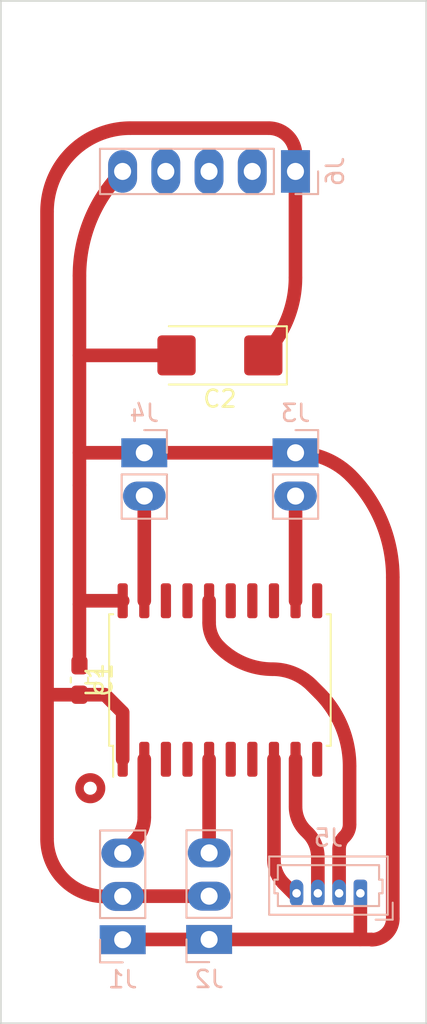
<source format=kicad_pcb>
(kicad_pcb (version 20211014) (generator pcbnew)
  (layers (0 "F.Cu" signal) (31 "B.Cu" signal) (34 "B.Paste" user) (35 "F.Paste" user) (36 "B.SilkS" user "B.Silkscreen") (37 "F.SilkS" user "F.Silkscreen") (38 "B.Mask" user) (39 "F.Mask" user) (44 "Edge.Cuts" user))
  (net 0 "")
  (net 12 "GND")
  (net 13 "+5V")
  (net 14 "/SERVO1")
  (net 15 "/SERVO2")
  (net 16 "/LED1")
  (net 17 "/LED2")
  (net 18 "/UPDI")
  (net 19 "/TX")
  (net 20 "/RX")
  (footprint "Capacitor_Tantalum_SMD:CP_EIA-6032-28_Kemet-C_Pad2.25x2.35mm_HandSolder" (layer "F.Cu") (at 142.875 90.805 180)
    (fp_text reference "C2" (at 0 -2.55) (layer "F.SilkS"))
    (fp_text value "C_Polarized")
    (fp_line (start 3 -1.71) (end -3.935 -1.71) (layer "F.SilkS") (width 0.12))
    (fp_line (start -3.935 1.71) (end 3 1.71) (layer "F.SilkS") (width 0.12))
    (fp_line (start -3.935 -1.71) (end -3.935 1.71) (layer "F.SilkS") (width 0.12))
    (pad "1" smd roundrect locked (at -2.55 0 180) (size 2.25 2.35) (layers "F.Cu" "F.Paste" "F.Mask") (roundrect_rratio 0.111111) (net 13 "+5V"))
    (pad "2" smd roundrect locked (at 2.55 0 180) (size 2.25 2.35) (layers "F.Cu" "F.Paste" "F.Mask") (roundrect_rratio 0.111111) (net 12 "GND"))
  )
  (footprint "Package_SO:SOIC-20W_7.5x12.8mm_P1.27mm" (layer "F.Cu") (at 142.875 109.855 90)
    (fp_text reference "U1" (at 0 -7.35 90) (layer "F.SilkS"))
    (fp_text value "ATtiny1616-S")
    (fp_line (start 0 -6.51) (end -3.86 -6.51) (layer "F.SilkS") (width 0.12))
    (fp_line (start 0 6.51) (end -3.86 6.51) (layer "F.SilkS") (width 0.12))
    (fp_line (start 3.86 6.51) (end 3.86 6.275) (layer "F.SilkS") (width 0.12))
    (fp_line (start 0 6.51) (end 3.86 6.51) (layer "F.SilkS") (width 0.12))
    (fp_line (start -3.86 -6.275) (end -5.675 -6.275) (layer "F.SilkS") (width 0.12))
    (fp_line (start 0 -6.51) (end 3.86 -6.51) (layer "F.SilkS") (width 0.12))
    (fp_line (start 3.86 -6.51) (end 3.86 -6.275) (layer "F.SilkS") (width 0.12))
    (fp_line (start -3.86 -6.51) (end -3.86 -6.275) (layer "F.SilkS") (width 0.12))
    (fp_line (start -3.86 6.51) (end -3.86 6.275) (layer "F.SilkS") (width 0.12))
    (pad "1" smd roundrect locked (at -4.65 -5.715 90) (size 2.05 0.6) (layers "F.Cu" "F.Paste" "F.Mask") (net 13 "+5V"))
    (pad "2" smd roundrect locked (at -4.65 -4.445 90) (size 2.05 0.6) (layers "F.Cu" "F.Paste" "F.Mask") (net 14 "/SERVO1"))
    (pad "3" smd roundrect locked (at -4.65 -3.175 90) (size 2.05 0.6) (layers "F.Cu" "F.Paste" "F.Mask"))
    (pad "4" smd roundrect locked (at -4.65 -1.905 90) (size 2.05 0.6) (layers "F.Cu" "F.Paste" "F.Mask"))
    (pad "5" smd roundrect locked (at -4.65 -0.635 90) (size 2.05 0.6) (layers "F.Cu" "F.Paste" "F.Mask") (net 15 "/SERVO2"))
    (pad "6" smd roundrect locked (at -4.65 0.635 90) (size 2.05 0.6) (layers "F.Cu" "F.Paste" "F.Mask"))
    (pad "7" smd roundrect locked (at -4.65 1.905 90) (size 2.05 0.6) (layers "F.Cu" "F.Paste" "F.Mask"))
    (pad "8" smd roundrect locked (at -4.65 3.175 90) (size 2.05 0.6) (layers "F.Cu" "F.Paste" "F.Mask") (net 20 "/RX"))
    (pad "9" smd roundrect locked (at -4.65 4.445 90) (size 2.05 0.6) (layers "F.Cu" "F.Paste" "F.Mask") (net 19 "/TX"))
    (pad "10" smd roundrect locked (at -4.65 5.715 90) (size 2.05 0.6) (layers "F.Cu" "F.Paste" "F.Mask"))
    (pad "11" smd roundrect locked (at 4.65 5.715 90) (size 2.05 0.6) (layers "F.Cu" "F.Paste" "F.Mask"))
    (pad "12" smd roundrect locked (at 4.65 4.445 90) (size 2.05 0.6) (layers "F.Cu" "F.Paste" "F.Mask") (net 16 "/LED1"))
    (pad "13" smd roundrect locked (at 4.65 3.175 90) (size 2.05 0.6) (layers "F.Cu" "F.Paste" "F.Mask"))
    (pad "14" smd roundrect locked (at 4.65 1.905 90) (size 2.05 0.6) (layers "F.Cu" "F.Paste" "F.Mask"))
    (pad "15" smd roundrect locked (at 4.65 0.635 90) (size 2.05 0.6) (layers "F.Cu" "F.Paste" "F.Mask"))
    (pad "16" smd roundrect locked (at 4.65 -0.635 90) (size 2.05 0.6) (layers "F.Cu" "F.Paste" "F.Mask") (net 18 "/UPDI"))
    (pad "17" smd roundrect locked (at 4.65 -1.905 90) (size 2.05 0.6) (layers "F.Cu" "F.Paste" "F.Mask"))
    (pad "18" smd roundrect locked (at 4.65 -3.175 90) (size 2.05 0.6) (layers "F.Cu" "F.Paste" "F.Mask"))
    (pad "19" smd roundrect locked (at 4.65 -4.445 90) (size 2.05 0.6) (layers "F.Cu" "F.Paste" "F.Mask") (net 17 "/LED2"))
    (pad "20" smd roundrect locked (at 4.65 -5.715 90) (size 2.05 0.6) (layers "F.Cu" "F.Paste" "F.Mask") (net 12 "GND"))
  )
  (footprint "Capacitor_SMD:C_0603_1608Metric_Pad1.08x0.95mm_HandSolder" (layer "F.Cu") (at 134.62 109.855 -90)
    (fp_text reference "C1" (at 0 -1.43 90) (layer "F.SilkS"))
    (fp_text value "C")
    (fp_line (start -0.146267 0.51) (end 0.146267 0.51) (layer "F.SilkS") (width 0.12))
    (fp_line (start -0.146267 -0.51) (end 0.146267 -0.51) (layer "F.SilkS") (width 0.12))
    (pad "1" smd roundrect locked (at -0.8625 0 270) (size 1.075 0.95) (layers "F.Cu" "F.Paste" "F.Mask") (net 12 "GND"))
    (pad "2" smd roundrect locked (at 0.8625 0 270) (size 1.075 0.95) (layers "F.Cu" "F.Paste" "F.Mask") (net 13 "+5V"))
  )
  (footprint "Connector_PinHeader_2.54mm:PinHeader_1x02_P2.54mm_Vertical" (layer "B.Cu") (at 138.43 96.52 180)
    (fp_text reference "J4" (at 0 2.33) (layer "B.SilkS") (effects (justify mirror)))
    (fp_text value "Conn_01x02_Male" hide)
    (fp_line (start -1.33 -1.27) (end 1.33 -1.27) (layer "B.SilkS") (width 0.12))
    (fp_line (start -1.33 -3.87) (end 1.33 -3.87) (layer "B.SilkS") (width 0.12))
    (fp_line (start 1.33 -1.27) (end 1.33 -3.87) (layer "B.SilkS") (width 0.12))
    (fp_line (start -1.33 1.33) (end 0 1.33) (layer "B.SilkS") (width 0.12))
    (fp_line (start -1.33 -1.27) (end -1.33 -3.87) (layer "B.SilkS") (width 0.12))
    (fp_line (start -1.33 0) (end -1.33 1.33) (layer "B.SilkS") (width 0.12))
    (pad "1" thru_hole rect locked (at 0 0 180) (size 2.7 1.7) (drill 1) (layers *.Cu *.Mask) (net 12 "GND"))
    (pad "2" thru_hole oval locked (at 0 -2.54 180) (size 2.5 1.7) (drill 1) (layers *.Cu *.Mask) (net 17 "/LED2"))
  )
  (footprint "Connector_PinHeader_2.54mm:PinHeader_1x02_P2.54mm_Vertical" (layer "B.Cu") (at 147.32 96.52 180)
    (fp_text reference "J3" (at 0 2.33) (layer "B.SilkS") (effects (justify mirror)))
    (fp_text value "Conn_01x02_Male" hide)
    (fp_line (start -1.33 0) (end -1.33 1.33) (layer "B.SilkS") (width 0.12))
    (fp_line (start 1.33 -1.27) (end 1.33 -3.87) (layer "B.SilkS") (width 0.12))
    (fp_line (start -1.33 1.33) (end 0 1.33) (layer "B.SilkS") (width 0.12))
    (fp_line (start -1.33 -1.27) (end 1.33 -1.27) (layer "B.SilkS") (width 0.12))
    (fp_line (start -1.33 -3.87) (end 1.33 -3.87) (layer "B.SilkS") (width 0.12))
    (fp_line (start -1.33 -1.27) (end -1.33 -3.87) (layer "B.SilkS") (width 0.12))
    (pad "1" thru_hole rect locked (at 0 0 180) (size 2.7 1.7) (drill 1) (layers *.Cu *.Mask) (net 12 "GND"))
    (pad "2" thru_hole oval locked (at 0 -2.54 180) (size 2.5 1.7) (drill 1) (layers *.Cu *.Mask) (net 16 "/LED1"))
  )
  (footprint "Connector_PinHeader_2.54mm:PinHeader_1x03_P2.54mm_Vertical" (layer "B.Cu") (at 142.24 125.08)
    (fp_text reference "J2" (at 0 2.33) (layer "B.SilkS") (effects (justify mirror)))
    (fp_text value "Conn_01x03_Male" hide)
    (fp_line (start -1.33 -1.27) (end -1.33 -6.41) (layer "B.SilkS") (width 0.12))
    (fp_line (start -1.33 1.33) (end 0 1.33) (layer "B.SilkS") (width 0.12))
    (fp_line (start -1.33 -1.27) (end 1.33 -1.27) (layer "B.SilkS") (width 0.12))
    (fp_line (start -1.33 -6.41) (end 1.33 -6.41) (layer "B.SilkS") (width 0.12))
    (fp_line (start 1.33 -1.27) (end 1.33 -6.41) (layer "B.SilkS") (width 0.12))
    (fp_line (start -1.33 0) (end -1.33 1.33) (layer "B.SilkS") (width 0.12))
    (pad "1" thru_hole rect locked (at 0 0) (size 2.7 1.7) (drill 1) (layers *.Cu *.Mask) (net 12 "GND"))
    (pad "2" thru_hole oval locked (at 0 -2.54) (size 2.5 1.7) (drill 1) (layers *.Cu *.Mask) (net 13 "+5V"))
    (pad "3" thru_hole oval locked (at 0 -5.08) (size 2.5 1.7) (drill 1) (layers *.Cu *.Mask) (net 15 "/SERVO2"))
  )
  (footprint "Connector_Molex:Molex_PicoBlade_53047-0410_1x04_P1.25mm_Vertical" (layer "B.Cu") (at 151.13 122.37 180)
    (fp_text reference "J5" (at 1.88 3.25) (layer "B.SilkS") (effects (justify mirror)))
    (fp_text value "Conn_01x04_Male" hide)
    (fp_line (start -1.1 -0.75) (end -1.1 0) (layer "B.SilkS") (width 0.12))
    (fp_line (start -1.1 0) (end -1.3 0) (layer "B.SilkS") (width 0.12))
    (fp_line (start 4.85 0.8) (end 4.85 1.65) (layer "B.SilkS") (width 0.12))
    (fp_line (start -1.3 0) (end -1.3 0.8) (layer "B.SilkS") (width 0.12))
    (fp_line (start 4.85 -0.75) (end 4.85 0) (layer "B.SilkS") (width 0.12))
    (fp_line (start 4.85 1.65) (end 1.875 1.65) (layer "B.SilkS") (width 0.12))
    (fp_line (start -1.9 -1.55) (end -0.9 -1.55) (layer "B.SilkS") (width 0.12))
    (fp_line (start -1.61 2.16) (end -1.61 -1.26) (layer "B.SilkS") (width 0.12))
    (fp_line (start 5.36 -1.26) (end 5.36 2.16) (layer "B.SilkS") (width 0.12))
    (fp_line (start -1.1 0.8) (end -1.1 1.65) (layer "B.SilkS") (width 0.12))
    (fp_line (start -1.61 -1.26) (end 5.36 -1.26) (layer "B.SilkS") (width 0.12))
    (fp_line (start -1.9 -1.55) (end -1.9 -0.55) (layer "B.SilkS") (width 0.12))
    (fp_line (start 5.05 0) (end 5.05 0.8) (layer "B.SilkS") (width 0.12))
    (fp_line (start 1.875 -0.75) (end 4.85 -0.75) (layer "B.SilkS") (width 0.12))
    (fp_line (start 4.85 0) (end 5.05 0) (layer "B.SilkS") (width 0.12))
    (fp_line (start -1.3 0.8) (end -1.1 0.8) (layer "B.SilkS") (width 0.12))
    (fp_line (start 5.05 0.8) (end 4.85 0.8) (layer "B.SilkS") (width 0.12))
    (fp_line (start -1.1 1.65) (end 1.875 1.65) (layer "B.SilkS") (width 0.12))
    (fp_line (start 5.36 2.16) (end -1.61 2.16) (layer "B.SilkS") (width 0.12))
    (fp_line (start 1.875 -0.75) (end -1.1 -0.75) (layer "B.SilkS") (width 0.12))
    (pad "1" thru_hole roundrect locked (at 0 0 180) (size 0.8 1.6) (drill 0.5) (layers *.Cu *.Mask) (net 12 "GND"))
    (pad "2" thru_hole oval locked (at 1.25 0 180) (size 0.8 1.6) (drill 0.5) (layers *.Cu *.Mask) (net 18 "/UPDI"))
    (pad "3" thru_hole oval locked (at 2.5 0 180) (size 0.8 1.6) (drill 0.5) (layers *.Cu *.Mask) (net 19 "/TX"))
    (pad "4" thru_hole oval locked (at 3.75 0 180) (size 0.8 1.6) (drill 0.5) (layers *.Cu *.Mask) (net 20 "/RX"))
  )
  (footprint "Connector_PinHeader_2.54mm:PinHeader_1x05_P2.54mm_Vertical" (layer "B.Cu") (at 147.315 80.01 90)
    (fp_text reference "J6" (at 0 2.33 90) (layer "B.SilkS") (effects (justify mirror)))
    (fp_text value "Conn_01x05_Male")
    (fp_line (start -1.33 1.33) (end 0 1.33) (layer "B.SilkS") (width 0.12))
    (fp_line (start -1.33 -11.49) (end 1.33 -11.49) (layer "B.SilkS") (width 0.12))
    (fp_line (start -1.33 -1.27) (end 1.33 -1.27) (layer "B.SilkS") (width 0.12))
    (fp_line (start 1.33 -1.27) (end 1.33 -11.49) (layer "B.SilkS") (width 0.12))
    (fp_line (start -1.33 0) (end -1.33 1.33) (layer "B.SilkS") (width 0.12))
    (fp_line (start -1.33 -1.27) (end -1.33 -11.49) (layer "B.SilkS") (width 0.12))
    (pad "1" thru_hole rect locked (at 0 0 90) (size 2.5 1.7) (drill 1) (layers *.Cu *.Mask) (net 13 "+5V"))
    (pad "2" thru_hole oval locked (at 0 -2.54 90) (size 2.7 1.7) (drill 1) (layers *.Cu *.Mask))
    (pad "3" thru_hole oval locked (at 0 -5.08 90) (size 2.7 1.7) (drill 1) (layers *.Cu *.Mask))
    (pad "4" thru_hole oval locked (at 0 -7.62 90) (size 2.7 1.7) (drill 1) (layers *.Cu *.Mask))
    (pad "5" thru_hole oval locked (at 0 -10.16 90) (size 2.5 1.7) (drill 1) (layers *.Cu *.Mask) (net 12 "GND"))
  )
  (footprint "Connector_PinHeader_2.54mm:PinHeader_1x03_P2.54mm_Vertical" (layer "B.Cu") (at 137.16 125.095)
    (fp_text reference "J1" (at 0 2.33) (layer "B.SilkS") (effects (justify mirror)))
    (fp_text value "Conn_01x03_Male" hide)
    (fp_line (start -1.33 1.33) (end 0 1.33) (layer "B.SilkS") (width 0.12))
    (fp_line (start -1.33 0) (end -1.33 1.33) (layer "B.SilkS") (width 0.12))
    (fp_line (start -1.33 -6.41) (end 1.33 -6.41) (layer "B.SilkS") (width 0.12))
    (fp_line (start 1.33 -1.27) (end 1.33 -6.41) (layer "B.SilkS") (width 0.12))
    (fp_line (start -1.33 -1.27) (end -1.33 -6.41) (layer "B.SilkS") (width 0.12))
    (fp_line (start -1.33 -1.27) (end 1.33 -1.27) (layer "B.SilkS") (width 0.12))
    (pad "1" thru_hole rect locked (at 0 0) (size 2.7 1.7) (drill 1) (layers *.Cu *.Mask) (net 12 "GND"))
    (pad "2" thru_hole oval locked (at 0 -2.54) (size 2.5 1.7) (drill 1) (layers *.Cu *.Mask) (net 13 "+5V"))
    (pad "3" thru_hole oval locked (at 0 -5.08) (size 2.5 1.7) (drill 1) (layers *.Cu *.Mask) (net 14 "/SERVO1"))
  )
  (gr_circle (center 135.255 116.205) (end 135.89 116.205) (layer "F.Cu") (width 0.5) (fill none))
  (gr_line (start 130 130) (end 155 130) (layer "Edge.Cuts") (width 0.1))
  (gr_line (start 155 130) (end 155 70) (layer "Edge.Cuts") (width 0.1))
  (gr_line (start 155 70) (end 130 70) (layer "Edge.Cuts") (width 0.1))
  (gr_line (start 130 70) (end 130 130) (layer "Edge.Cuts") (width 0.1))
  (segment (start 134.62 98.425) (end 134.62 105.41) (width 0.8) (layer "F.Cu") (net 12))
  (segment (start 147.32 96.52) (end 147.330725 96.52) (width 0.8) (layer "F.Cu") (net 12))
  (segment (start 147.32 96.52) (end 138.43 96.52) (width 0.8) (layer "F.Cu") (net 12))
  (segment (start 151.795 125.095) (end 151.78 125.08) (width 0.8) (layer "F.Cu") (net 12))
  (segment (start 137.16 105.205) (end 134.825 105.205) (width 0.8) (layer "F.Cu") (net 12))
  (segment (start 140.325 90.805) (end 134.62 90.805) (width 0.8) (layer "F.Cu") (net 12))
  (segment (start 151.13 125.065) (end 151.115 125.08) (width 0.8) (layer "F.Cu") (net 12))
  (segment (start 151.78 125.08) (end 151.115 125.08) (width 0.8) (layer "F.Cu") (net 12))
  (segment (start 138.43 96.52) (end 134.62 96.52) (width 0.8) (layer "F.Cu") (net 12))
  (segment (start 151.13 122.555) (end 151.13 125.065) (width 0.8) (layer "F.Cu") (net 12))
  (segment (start 134.62 96.52) (end 134.62 98.425) (width 0.8) (layer "F.Cu") (net 12))
  (segment (start 134.62 86.130057) (end 134.62 90.805) (width 0.8) (layer "F.Cu") (net 12))
  (segment (start 153.035 103.823915) (end 153.035 123.855) (width 0.8) (layer "F.Cu") (net 12))
  (segment (start 134.62 105.41) (end 134.62 108.9925) (width 0.8) (layer "F.Cu") (net 12))
  (segment (start 134.62 90.805) (end 134.62 96.52) (width 0.8) (layer "F.Cu") (net 12))
  (segment (start 142.24 125.08) (end 151.115 125.08) (width 0.8) (layer "F.Cu") (net 12))
  (segment (start 137.16 125.08) (end 142.24 125.08) (width 0.8) (layer "F.Cu") (net 12))
  (segment (start 134.825 105.205) (end 134.62 105.41) (width 0.8) (layer "F.Cu") (net 12))
  (arc (start 147.330725 96.52) (mid 149.080809 96.868113) (end 150.564429 97.859429) (width 0.8) (layer "F.Cu") (net 12))
  (arc (start 153.035 103.823915) (mid 152.39292 100.595958) (end 150.564429 97.859429) (width 0.8) (layer "F.Cu") (net 12))
  (arc (start 153.035 123.855) (mid 152.671812 124.731812) (end 151.795 125.095) (width 0.8) (layer "F.Cu") (net 12))
  (arc (start 134.62 86.130057) (mid 135.27883 82.817896) (end 137.155 80.01) (width 0.8) (layer "F.Cu") (net 12))
  (segment (start 132.715 110.49) (end 132.715 82.365111) (width 0.8) (layer "F.Cu") (net 13))
  (segment (start 137.16 111.76) (end 137.16 114.505) (width 0.8) (layer "F.Cu") (net 13))
  (segment (start 132.9425 110.7175) (end 132.715 110.49) (width 0.8) (layer "F.Cu") (net 13))
  (segment (start 147.32 80.005) (end 147.315 80.01) (width 0.8) (layer "F.Cu") (net 13))
  (segment (start 137.610111 77.47) (end 145.742807 77.47) (width 0.8) (layer "F.Cu") (net 13))
  (segment (start 132.715 119.169936) (end 132.715 110.49) (width 0.8) (layer "F.Cu") (net 13))
  (segment (start 147.315 80.01) (end 147.315 86.242158) (width 0.8) (layer "F.Cu") (net 13))
  (segment (start 137.16 122.54) (end 142.24 122.54) (width 0.8) (layer "F.Cu") (net 13))
  (segment (start 134.62 110.7175) (end 136.1175 110.7175) (width 0.8) (layer "F.Cu") (net 13))
  (segment (start 134.62 110.7175) (end 132.9425 110.7175) (width 0.8) (layer "F.Cu") (net 13))
  (segment (start 136.100064 122.555) (end 137.16 122.555) (width 0.8) (layer "F.Cu") (net 13))
  (segment (start 136.1175 110.7175) (end 137.16 111.76) (width 0.8) (layer "F.Cu") (net 13))
  (segment (start 147.32 79.047193) (end 147.32 80.005) (width 0.8) (layer "F.Cu") (net 13))
  (arc (start 136.100064 122.555) (mid 133.706462 121.563538) (end 132.715 119.169936) (width 0.8) (layer "F.Cu") (net 13))
  (arc (start 132.715 82.365111) (mid 134.148745 78.903745) (end 137.610111 77.47) (width 0.8) (layer "F.Cu") (net 13))
  (arc (start 147.315 86.242158) (mid 146.823809 88.711541) (end 145.425 90.805) (width 0.8) (layer "F.Cu") (net 13))
  (arc (start 147.32 79.047193) (mid 146.858051 77.931949) (end 145.742807 77.47) (width 0.8) (layer "F.Cu") (net 13))
  (segment (start 137.844213 119.315787) (end 137.16 120) (width 0.8) (layer "F.Cu") (net 14))
  (segment (start 138.43 114.505) (end 138.43 117.901573) (width 0.8) (layer "F.Cu") (net 14))
  (arc (start 138.43 117.901573) (mid 138.277759 118.66694) (end 137.844213 119.315787) (width 0.8) (layer "F.Cu") (net 14))
  (segment (start 142.24 114.505) (end 142.24 120) (width 0.8) (layer "F.Cu") (net 15))
  (segment (start 147.32 99.06) (end 147.32 105.205) (width 0.8) (layer "F.Cu") (net 16))
  (segment (start 138.43 99.06) (end 138.43 105.205) (width 0.8) (layer "F.Cu") (net 17))
  (segment (start 150.172893 119.067107) (end 150.202107 119.037893) (width 0.8) (layer "F.Cu") (net 18))
  (segment (start 148.719145 110.619145) (end 148.270453 110.170453) (width 0.8) (layer "F.Cu") (net 18))
  (segment (start 142.850353 107.925353) (end 142.825786 107.900786) (width 0.8) (layer "F.Cu") (net 18))
  (segment (start 149.88 122.555) (end 149.88 119.774214) (width 0.8) (layer "F.Cu") (net 18))
  (segment (start 142.24 106.486573) (end 142.24 105.205) (width 0.8) (layer "F.Cu") (net 18))
  (segment (start 150.495 118.330786) (end 150.495 114.906438) (width 0.8) (layer "F.Cu") (net 18))
  (arc (start 150.172893 119.067107) (mid 149.95612 119.39153) (end 149.88 119.774214) (width 0.8) (layer "F.Cu") (net 18))
  (arc (start 150.495 118.330786) (mid 150.41888 118.713469) (end 150.202107 119.037893) (width 0.8) (layer "F.Cu") (net 18))
  (arc (start 148.719145 110.619145) (mid 150.03347 112.586172) (end 150.495 114.906438) (width 0.8) (layer "F.Cu") (net 18))
  (arc (start 142.24 106.486573) (mid 142.392241 107.25194) (end 142.825786 107.900786) (width 0.8) (layer "F.Cu") (net 18))
  (arc (start 148.270453 110.170453) (mid 147.217682 109.467014) (end 145.975855 109.22) (width 0.8) (layer "F.Cu") (net 18))
  (arc (start 145.975855 109.22) (mid 144.284368 108.883532) (end 142.850353 107.925353) (width 0.8) (layer "F.Cu") (net 18))
  (segment (start 147.32 114.505) (end 147.32 117.281573) (width 0.8) (layer "F.Cu") (net 19))
  (segment (start 148.63 120.248427) (end 148.63 122.555) (width 0.8) (layer "F.Cu") (net 19))
  (segment (start 147.905787 118.695787) (end 148.044214 118.834214) (width 0.8) (layer "F.Cu") (net 19))
  (arc (start 147.32 117.281573) (mid 147.472241 118.04694) (end 147.905787 118.695787) (width 0.8) (layer "F.Cu") (net 19))
  (arc (start 148.63 120.248427) (mid 148.477759 119.48306) (end 148.044214 118.834214) (width 0.8) (layer "F.Cu") (net 19))
  (segment (start 146.635787 121.810787) (end 147.38 122.555) (width 0.8) (layer "F.Cu") (net 20))
  (segment (start 146.05 114.505) (end 146.05 120.396573) (width 0.8) (layer "F.Cu") (net 20))
  (arc (start 146.05 120.396573) (mid 146.202241 121.16194) (end 146.635787 121.810787) (width 0.8) (layer "F.Cu") (net 20))
)
</source>
